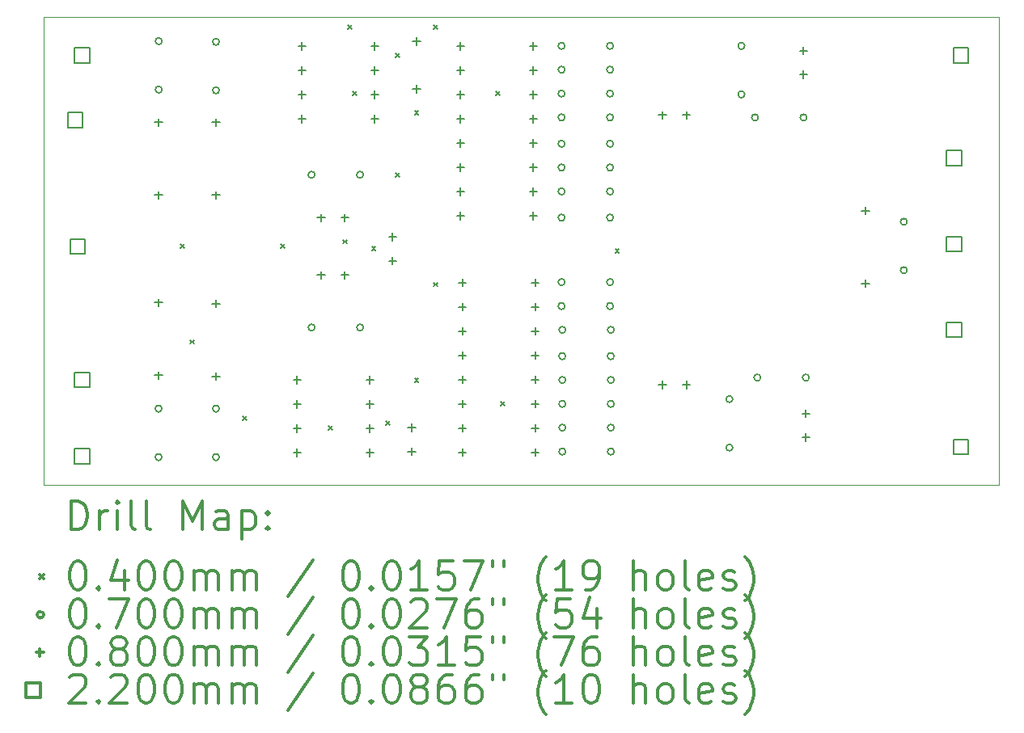
<source format=gbr>
%FSLAX45Y45*%
G04 Gerber Fmt 4.5, Leading zero omitted, Abs format (unit mm)*
G04 Created by KiCad (PCBNEW 5.1.10) date 2021-07-04 18:40:05*
%MOMM*%
%LPD*%
G01*
G04 APERTURE LIST*
%TA.AperFunction,Profile*%
%ADD10C,0.050000*%
%TD*%
%ADD11C,0.200000*%
%ADD12C,0.300000*%
G04 APERTURE END LIST*
D10*
X3500000Y-3100000D02*
X13500000Y-3100000D01*
X3500000Y-8000000D02*
X3500000Y-3100000D01*
X13500000Y-8000000D02*
X3500000Y-8000000D01*
X13500000Y-3100000D02*
X13500000Y-8000000D01*
D11*
X4930000Y-5480000D02*
X4970000Y-5520000D01*
X4970000Y-5480000D02*
X4930000Y-5520000D01*
X5030000Y-6480000D02*
X5070000Y-6520000D01*
X5070000Y-6480000D02*
X5030000Y-6520000D01*
X5580000Y-7280000D02*
X5620000Y-7320000D01*
X5620000Y-7280000D02*
X5580000Y-7320000D01*
X5980000Y-5480000D02*
X6020000Y-5520000D01*
X6020000Y-5480000D02*
X5980000Y-5520000D01*
X6480000Y-7380000D02*
X6520000Y-7420000D01*
X6520000Y-7380000D02*
X6480000Y-7420000D01*
X6630000Y-5430000D02*
X6670000Y-5470000D01*
X6670000Y-5430000D02*
X6630000Y-5470000D01*
X6680000Y-3180000D02*
X6720000Y-3220000D01*
X6720000Y-3180000D02*
X6680000Y-3220000D01*
X6730000Y-3880000D02*
X6770000Y-3920000D01*
X6770000Y-3880000D02*
X6730000Y-3920000D01*
X6930000Y-5505000D02*
X6970000Y-5545000D01*
X6970000Y-5505000D02*
X6930000Y-5545000D01*
X7080000Y-7330000D02*
X7120000Y-7370000D01*
X7120000Y-7330000D02*
X7080000Y-7370000D01*
X7180000Y-3480000D02*
X7220000Y-3520000D01*
X7220000Y-3480000D02*
X7180000Y-3520000D01*
X7180000Y-4730000D02*
X7220000Y-4770000D01*
X7220000Y-4730000D02*
X7180000Y-4770000D01*
X7380000Y-4080000D02*
X7420000Y-4120000D01*
X7420000Y-4080000D02*
X7380000Y-4120000D01*
X7380000Y-6880000D02*
X7420000Y-6920000D01*
X7420000Y-6880000D02*
X7380000Y-6920000D01*
X7580000Y-3180000D02*
X7620000Y-3220000D01*
X7620000Y-3180000D02*
X7580000Y-3220000D01*
X7580000Y-5880000D02*
X7620000Y-5920000D01*
X7620000Y-5880000D02*
X7580000Y-5920000D01*
X8230000Y-3880000D02*
X8270000Y-3920000D01*
X8270000Y-3880000D02*
X8230000Y-3920000D01*
X8280000Y-7130000D02*
X8320000Y-7170000D01*
X8320000Y-7130000D02*
X8280000Y-7170000D01*
X9480000Y-5530000D02*
X9520000Y-5570000D01*
X9520000Y-5530000D02*
X9480000Y-5570000D01*
X4735000Y-3350000D02*
G75*
G03*
X4735000Y-3350000I-35000J0D01*
G01*
X4735000Y-3858000D02*
G75*
G03*
X4735000Y-3858000I-35000J0D01*
G01*
X4735000Y-7200000D02*
G75*
G03*
X4735000Y-7200000I-35000J0D01*
G01*
X4735000Y-7708000D02*
G75*
G03*
X4735000Y-7708000I-35000J0D01*
G01*
X5335000Y-3358000D02*
G75*
G03*
X5335000Y-3358000I-35000J0D01*
G01*
X5335000Y-3866000D02*
G75*
G03*
X5335000Y-3866000I-35000J0D01*
G01*
X5335000Y-7200000D02*
G75*
G03*
X5335000Y-7200000I-35000J0D01*
G01*
X5335000Y-7708000D02*
G75*
G03*
X5335000Y-7708000I-35000J0D01*
G01*
X6335000Y-4750000D02*
G75*
G03*
X6335000Y-4750000I-35000J0D01*
G01*
X6335000Y-6350000D02*
G75*
G03*
X6335000Y-6350000I-35000J0D01*
G01*
X6843000Y-4750000D02*
G75*
G03*
X6843000Y-4750000I-35000J0D01*
G01*
X6843000Y-6350000D02*
G75*
G03*
X6843000Y-6350000I-35000J0D01*
G01*
X8952000Y-3400000D02*
G75*
G03*
X8952000Y-3400000I-35000J0D01*
G01*
X8952000Y-3650000D02*
G75*
G03*
X8952000Y-3650000I-35000J0D01*
G01*
X8952000Y-3900000D02*
G75*
G03*
X8952000Y-3900000I-35000J0D01*
G01*
X8952000Y-4150000D02*
G75*
G03*
X8952000Y-4150000I-35000J0D01*
G01*
X8952000Y-4425000D02*
G75*
G03*
X8952000Y-4425000I-35000J0D01*
G01*
X8952000Y-4675000D02*
G75*
G03*
X8952000Y-4675000I-35000J0D01*
G01*
X8952000Y-4925000D02*
G75*
G03*
X8952000Y-4925000I-35000J0D01*
G01*
X8952000Y-5200000D02*
G75*
G03*
X8952000Y-5200000I-35000J0D01*
G01*
X8952000Y-5875000D02*
G75*
G03*
X8952000Y-5875000I-35000J0D01*
G01*
X8952000Y-6125000D02*
G75*
G03*
X8952000Y-6125000I-35000J0D01*
G01*
X8960000Y-6375000D02*
G75*
G03*
X8960000Y-6375000I-35000J0D01*
G01*
X8960000Y-6650000D02*
G75*
G03*
X8960000Y-6650000I-35000J0D01*
G01*
X8960000Y-6900000D02*
G75*
G03*
X8960000Y-6900000I-35000J0D01*
G01*
X8960000Y-7150000D02*
G75*
G03*
X8960000Y-7150000I-35000J0D01*
G01*
X8960000Y-7400000D02*
G75*
G03*
X8960000Y-7400000I-35000J0D01*
G01*
X8960000Y-7650000D02*
G75*
G03*
X8960000Y-7650000I-35000J0D01*
G01*
X9460000Y-3400000D02*
G75*
G03*
X9460000Y-3400000I-35000J0D01*
G01*
X9460000Y-3650000D02*
G75*
G03*
X9460000Y-3650000I-35000J0D01*
G01*
X9460000Y-3900000D02*
G75*
G03*
X9460000Y-3900000I-35000J0D01*
G01*
X9460000Y-4150000D02*
G75*
G03*
X9460000Y-4150000I-35000J0D01*
G01*
X9460000Y-4425000D02*
G75*
G03*
X9460000Y-4425000I-35000J0D01*
G01*
X9460000Y-4675000D02*
G75*
G03*
X9460000Y-4675000I-35000J0D01*
G01*
X9460000Y-4925000D02*
G75*
G03*
X9460000Y-4925000I-35000J0D01*
G01*
X9460000Y-5200000D02*
G75*
G03*
X9460000Y-5200000I-35000J0D01*
G01*
X9460000Y-5875000D02*
G75*
G03*
X9460000Y-5875000I-35000J0D01*
G01*
X9460000Y-6125000D02*
G75*
G03*
X9460000Y-6125000I-35000J0D01*
G01*
X9468000Y-6375000D02*
G75*
G03*
X9468000Y-6375000I-35000J0D01*
G01*
X9468000Y-6650000D02*
G75*
G03*
X9468000Y-6650000I-35000J0D01*
G01*
X9468000Y-6900000D02*
G75*
G03*
X9468000Y-6900000I-35000J0D01*
G01*
X9468000Y-7150000D02*
G75*
G03*
X9468000Y-7150000I-35000J0D01*
G01*
X9468000Y-7400000D02*
G75*
G03*
X9468000Y-7400000I-35000J0D01*
G01*
X9468000Y-7650000D02*
G75*
G03*
X9468000Y-7650000I-35000J0D01*
G01*
X10710000Y-7100000D02*
G75*
G03*
X10710000Y-7100000I-35000J0D01*
G01*
X10710000Y-7608000D02*
G75*
G03*
X10710000Y-7608000I-35000J0D01*
G01*
X10835000Y-3400000D02*
G75*
G03*
X10835000Y-3400000I-35000J0D01*
G01*
X10835000Y-3908000D02*
G75*
G03*
X10835000Y-3908000I-35000J0D01*
G01*
X10977000Y-4150000D02*
G75*
G03*
X10977000Y-4150000I-35000J0D01*
G01*
X11002000Y-6875000D02*
G75*
G03*
X11002000Y-6875000I-35000J0D01*
G01*
X11485000Y-4150000D02*
G75*
G03*
X11485000Y-4150000I-35000J0D01*
G01*
X11510000Y-6875000D02*
G75*
G03*
X11510000Y-6875000I-35000J0D01*
G01*
X12535000Y-5242000D02*
G75*
G03*
X12535000Y-5242000I-35000J0D01*
G01*
X12535000Y-5750000D02*
G75*
G03*
X12535000Y-5750000I-35000J0D01*
G01*
X4700000Y-4160000D02*
X4700000Y-4240000D01*
X4660000Y-4200000D02*
X4740000Y-4200000D01*
X4700000Y-4922000D02*
X4700000Y-5002000D01*
X4660000Y-4962000D02*
X4740000Y-4962000D01*
X4700000Y-6048000D02*
X4700000Y-6128000D01*
X4660000Y-6088000D02*
X4740000Y-6088000D01*
X4700000Y-6810000D02*
X4700000Y-6890000D01*
X4660000Y-6850000D02*
X4740000Y-6850000D01*
X5300000Y-4160000D02*
X5300000Y-4240000D01*
X5260000Y-4200000D02*
X5340000Y-4200000D01*
X5300000Y-4922000D02*
X5300000Y-5002000D01*
X5260000Y-4962000D02*
X5340000Y-4962000D01*
X5300000Y-6060000D02*
X5300000Y-6140000D01*
X5260000Y-6100000D02*
X5340000Y-6100000D01*
X5300000Y-6822000D02*
X5300000Y-6902000D01*
X5260000Y-6862000D02*
X5340000Y-6862000D01*
X6150000Y-6860000D02*
X6150000Y-6940000D01*
X6110000Y-6900000D02*
X6190000Y-6900000D01*
X6150000Y-7114000D02*
X6150000Y-7194000D01*
X6110000Y-7154000D02*
X6190000Y-7154000D01*
X6150000Y-7368000D02*
X6150000Y-7448000D01*
X6110000Y-7408000D02*
X6190000Y-7408000D01*
X6150000Y-7622000D02*
X6150000Y-7702000D01*
X6110000Y-7662000D02*
X6190000Y-7662000D01*
X6200000Y-3360000D02*
X6200000Y-3440000D01*
X6160000Y-3400000D02*
X6240000Y-3400000D01*
X6200000Y-3614000D02*
X6200000Y-3694000D01*
X6160000Y-3654000D02*
X6240000Y-3654000D01*
X6200000Y-3868000D02*
X6200000Y-3948000D01*
X6160000Y-3908000D02*
X6240000Y-3908000D01*
X6200000Y-4122000D02*
X6200000Y-4202000D01*
X6160000Y-4162000D02*
X6240000Y-4162000D01*
X6400000Y-5160000D02*
X6400000Y-5240000D01*
X6360000Y-5200000D02*
X6440000Y-5200000D01*
X6400000Y-5760000D02*
X6400000Y-5840000D01*
X6360000Y-5800000D02*
X6440000Y-5800000D01*
X6650000Y-5160000D02*
X6650000Y-5240000D01*
X6610000Y-5200000D02*
X6690000Y-5200000D01*
X6650000Y-5760000D02*
X6650000Y-5840000D01*
X6610000Y-5800000D02*
X6690000Y-5800000D01*
X6912000Y-6860000D02*
X6912000Y-6940000D01*
X6872000Y-6900000D02*
X6952000Y-6900000D01*
X6912000Y-7114000D02*
X6912000Y-7194000D01*
X6872000Y-7154000D02*
X6952000Y-7154000D01*
X6912000Y-7368000D02*
X6912000Y-7448000D01*
X6872000Y-7408000D02*
X6952000Y-7408000D01*
X6912000Y-7622000D02*
X6912000Y-7702000D01*
X6872000Y-7662000D02*
X6952000Y-7662000D01*
X6962000Y-3360000D02*
X6962000Y-3440000D01*
X6922000Y-3400000D02*
X7002000Y-3400000D01*
X6962000Y-3614000D02*
X6962000Y-3694000D01*
X6922000Y-3654000D02*
X7002000Y-3654000D01*
X6962000Y-3868000D02*
X6962000Y-3948000D01*
X6922000Y-3908000D02*
X7002000Y-3908000D01*
X6962000Y-4122000D02*
X6962000Y-4202000D01*
X6922000Y-4162000D02*
X7002000Y-4162000D01*
X7150000Y-5360000D02*
X7150000Y-5440000D01*
X7110000Y-5400000D02*
X7190000Y-5400000D01*
X7150000Y-5610000D02*
X7150000Y-5690000D01*
X7110000Y-5650000D02*
X7190000Y-5650000D01*
X7350000Y-7360000D02*
X7350000Y-7440000D01*
X7310000Y-7400000D02*
X7390000Y-7400000D01*
X7350000Y-7610000D02*
X7350000Y-7690000D01*
X7310000Y-7650000D02*
X7390000Y-7650000D01*
X7400000Y-3310000D02*
X7400000Y-3390000D01*
X7360000Y-3350000D02*
X7440000Y-3350000D01*
X7400000Y-3810000D02*
X7400000Y-3890000D01*
X7360000Y-3850000D02*
X7440000Y-3850000D01*
X7860000Y-3360000D02*
X7860000Y-3440000D01*
X7820000Y-3400000D02*
X7900000Y-3400000D01*
X7860000Y-3614000D02*
X7860000Y-3694000D01*
X7820000Y-3654000D02*
X7900000Y-3654000D01*
X7860000Y-3868000D02*
X7860000Y-3948000D01*
X7820000Y-3908000D02*
X7900000Y-3908000D01*
X7860000Y-4122000D02*
X7860000Y-4202000D01*
X7820000Y-4162000D02*
X7900000Y-4162000D01*
X7860000Y-4376000D02*
X7860000Y-4456000D01*
X7820000Y-4416000D02*
X7900000Y-4416000D01*
X7860000Y-4630000D02*
X7860000Y-4710000D01*
X7820000Y-4670000D02*
X7900000Y-4670000D01*
X7860000Y-4884000D02*
X7860000Y-4964000D01*
X7820000Y-4924000D02*
X7900000Y-4924000D01*
X7860000Y-5138000D02*
X7860000Y-5218000D01*
X7820000Y-5178000D02*
X7900000Y-5178000D01*
X7880000Y-5840000D02*
X7880000Y-5920000D01*
X7840000Y-5880000D02*
X7920000Y-5880000D01*
X7880000Y-6094000D02*
X7880000Y-6174000D01*
X7840000Y-6134000D02*
X7920000Y-6134000D01*
X7880000Y-6348000D02*
X7880000Y-6428000D01*
X7840000Y-6388000D02*
X7920000Y-6388000D01*
X7880000Y-6602000D02*
X7880000Y-6682000D01*
X7840000Y-6642000D02*
X7920000Y-6642000D01*
X7880000Y-6856000D02*
X7880000Y-6936000D01*
X7840000Y-6896000D02*
X7920000Y-6896000D01*
X7880000Y-7110000D02*
X7880000Y-7190000D01*
X7840000Y-7150000D02*
X7920000Y-7150000D01*
X7880000Y-7364000D02*
X7880000Y-7444000D01*
X7840000Y-7404000D02*
X7920000Y-7404000D01*
X7880000Y-7618000D02*
X7880000Y-7698000D01*
X7840000Y-7658000D02*
X7920000Y-7658000D01*
X8622000Y-3360000D02*
X8622000Y-3440000D01*
X8582000Y-3400000D02*
X8662000Y-3400000D01*
X8622000Y-3614000D02*
X8622000Y-3694000D01*
X8582000Y-3654000D02*
X8662000Y-3654000D01*
X8622000Y-3868000D02*
X8622000Y-3948000D01*
X8582000Y-3908000D02*
X8662000Y-3908000D01*
X8622000Y-4122000D02*
X8622000Y-4202000D01*
X8582000Y-4162000D02*
X8662000Y-4162000D01*
X8622000Y-4376000D02*
X8622000Y-4456000D01*
X8582000Y-4416000D02*
X8662000Y-4416000D01*
X8622000Y-4630000D02*
X8622000Y-4710000D01*
X8582000Y-4670000D02*
X8662000Y-4670000D01*
X8622000Y-4884000D02*
X8622000Y-4964000D01*
X8582000Y-4924000D02*
X8662000Y-4924000D01*
X8622000Y-5138000D02*
X8622000Y-5218000D01*
X8582000Y-5178000D02*
X8662000Y-5178000D01*
X8642000Y-5840000D02*
X8642000Y-5920000D01*
X8602000Y-5880000D02*
X8682000Y-5880000D01*
X8642000Y-6094000D02*
X8642000Y-6174000D01*
X8602000Y-6134000D02*
X8682000Y-6134000D01*
X8642000Y-6348000D02*
X8642000Y-6428000D01*
X8602000Y-6388000D02*
X8682000Y-6388000D01*
X8642000Y-6602000D02*
X8642000Y-6682000D01*
X8602000Y-6642000D02*
X8682000Y-6642000D01*
X8642000Y-6856000D02*
X8642000Y-6936000D01*
X8602000Y-6896000D02*
X8682000Y-6896000D01*
X8642000Y-7110000D02*
X8642000Y-7190000D01*
X8602000Y-7150000D02*
X8682000Y-7150000D01*
X8642000Y-7364000D02*
X8642000Y-7444000D01*
X8602000Y-7404000D02*
X8682000Y-7404000D01*
X8642000Y-7618000D02*
X8642000Y-7698000D01*
X8602000Y-7658000D02*
X8682000Y-7658000D01*
X9975000Y-4085000D02*
X9975000Y-4165000D01*
X9935000Y-4125000D02*
X10015000Y-4125000D01*
X9975000Y-6910000D02*
X9975000Y-6990000D01*
X9935000Y-6950000D02*
X10015000Y-6950000D01*
X10225000Y-4085000D02*
X10225000Y-4165000D01*
X10185000Y-4125000D02*
X10265000Y-4125000D01*
X10225000Y-6910000D02*
X10225000Y-6990000D01*
X10185000Y-6950000D02*
X10265000Y-6950000D01*
X11450000Y-3410000D02*
X11450000Y-3490000D01*
X11410000Y-3450000D02*
X11490000Y-3450000D01*
X11450000Y-3660000D02*
X11450000Y-3740000D01*
X11410000Y-3700000D02*
X11490000Y-3700000D01*
X11475000Y-7210000D02*
X11475000Y-7290000D01*
X11435000Y-7250000D02*
X11515000Y-7250000D01*
X11475000Y-7460000D02*
X11475000Y-7540000D01*
X11435000Y-7500000D02*
X11515000Y-7500000D01*
X12100000Y-5085000D02*
X12100000Y-5165000D01*
X12060000Y-5125000D02*
X12140000Y-5125000D01*
X12100000Y-5847000D02*
X12100000Y-5927000D01*
X12060000Y-5887000D02*
X12140000Y-5887000D01*
X3902782Y-4252783D02*
X3902782Y-4097217D01*
X3747217Y-4097217D01*
X3747217Y-4252783D01*
X3902782Y-4252783D01*
X3927782Y-5577783D02*
X3927782Y-5422218D01*
X3772217Y-5422218D01*
X3772217Y-5577783D01*
X3927782Y-5577783D01*
X3977782Y-3577782D02*
X3977782Y-3422217D01*
X3822217Y-3422217D01*
X3822217Y-3577782D01*
X3977782Y-3577782D01*
X3977782Y-6977782D02*
X3977782Y-6822217D01*
X3822217Y-6822217D01*
X3822217Y-6977782D01*
X3977782Y-6977782D01*
X3977782Y-7777782D02*
X3977782Y-7622217D01*
X3822217Y-7622217D01*
X3822217Y-7777782D01*
X3977782Y-7777782D01*
X13102782Y-4652783D02*
X13102782Y-4497218D01*
X12947217Y-4497218D01*
X12947217Y-4652783D01*
X13102782Y-4652783D01*
X13102782Y-5552783D02*
X13102782Y-5397218D01*
X12947217Y-5397218D01*
X12947217Y-5552783D01*
X13102782Y-5552783D01*
X13102782Y-6452782D02*
X13102782Y-6297217D01*
X12947217Y-6297217D01*
X12947217Y-6452782D01*
X13102782Y-6452782D01*
X13177782Y-3577782D02*
X13177782Y-3422217D01*
X13022217Y-3422217D01*
X13022217Y-3577782D01*
X13177782Y-3577782D01*
X13177782Y-7677782D02*
X13177782Y-7522217D01*
X13022217Y-7522217D01*
X13022217Y-7677782D01*
X13177782Y-7677782D01*
D12*
X3783928Y-8468214D02*
X3783928Y-8168214D01*
X3855357Y-8168214D01*
X3898214Y-8182500D01*
X3926786Y-8211071D01*
X3941071Y-8239643D01*
X3955357Y-8296786D01*
X3955357Y-8339643D01*
X3941071Y-8396786D01*
X3926786Y-8425357D01*
X3898214Y-8453929D01*
X3855357Y-8468214D01*
X3783928Y-8468214D01*
X4083928Y-8468214D02*
X4083928Y-8268214D01*
X4083928Y-8325357D02*
X4098214Y-8296786D01*
X4112500Y-8282500D01*
X4141071Y-8268214D01*
X4169643Y-8268214D01*
X4269643Y-8468214D02*
X4269643Y-8268214D01*
X4269643Y-8168214D02*
X4255357Y-8182500D01*
X4269643Y-8196786D01*
X4283928Y-8182500D01*
X4269643Y-8168214D01*
X4269643Y-8196786D01*
X4455357Y-8468214D02*
X4426786Y-8453929D01*
X4412500Y-8425357D01*
X4412500Y-8168214D01*
X4612500Y-8468214D02*
X4583928Y-8453929D01*
X4569643Y-8425357D01*
X4569643Y-8168214D01*
X4955357Y-8468214D02*
X4955357Y-8168214D01*
X5055357Y-8382500D01*
X5155357Y-8168214D01*
X5155357Y-8468214D01*
X5426786Y-8468214D02*
X5426786Y-8311071D01*
X5412500Y-8282500D01*
X5383928Y-8268214D01*
X5326786Y-8268214D01*
X5298214Y-8282500D01*
X5426786Y-8453929D02*
X5398214Y-8468214D01*
X5326786Y-8468214D01*
X5298214Y-8453929D01*
X5283928Y-8425357D01*
X5283928Y-8396786D01*
X5298214Y-8368214D01*
X5326786Y-8353929D01*
X5398214Y-8353929D01*
X5426786Y-8339643D01*
X5569643Y-8268214D02*
X5569643Y-8568214D01*
X5569643Y-8282500D02*
X5598214Y-8268214D01*
X5655357Y-8268214D01*
X5683928Y-8282500D01*
X5698214Y-8296786D01*
X5712500Y-8325357D01*
X5712500Y-8411072D01*
X5698214Y-8439643D01*
X5683928Y-8453929D01*
X5655357Y-8468214D01*
X5598214Y-8468214D01*
X5569643Y-8453929D01*
X5841071Y-8439643D02*
X5855357Y-8453929D01*
X5841071Y-8468214D01*
X5826786Y-8453929D01*
X5841071Y-8439643D01*
X5841071Y-8468214D01*
X5841071Y-8282500D02*
X5855357Y-8296786D01*
X5841071Y-8311071D01*
X5826786Y-8296786D01*
X5841071Y-8282500D01*
X5841071Y-8311071D01*
X3457500Y-8942500D02*
X3497500Y-8982500D01*
X3497500Y-8942500D02*
X3457500Y-8982500D01*
X3841071Y-8798214D02*
X3869643Y-8798214D01*
X3898214Y-8812500D01*
X3912500Y-8826786D01*
X3926786Y-8855357D01*
X3941071Y-8912500D01*
X3941071Y-8983929D01*
X3926786Y-9041072D01*
X3912500Y-9069643D01*
X3898214Y-9083929D01*
X3869643Y-9098214D01*
X3841071Y-9098214D01*
X3812500Y-9083929D01*
X3798214Y-9069643D01*
X3783928Y-9041072D01*
X3769643Y-8983929D01*
X3769643Y-8912500D01*
X3783928Y-8855357D01*
X3798214Y-8826786D01*
X3812500Y-8812500D01*
X3841071Y-8798214D01*
X4069643Y-9069643D02*
X4083928Y-9083929D01*
X4069643Y-9098214D01*
X4055357Y-9083929D01*
X4069643Y-9069643D01*
X4069643Y-9098214D01*
X4341071Y-8898214D02*
X4341071Y-9098214D01*
X4269643Y-8783929D02*
X4198214Y-8998214D01*
X4383928Y-8998214D01*
X4555357Y-8798214D02*
X4583928Y-8798214D01*
X4612500Y-8812500D01*
X4626786Y-8826786D01*
X4641071Y-8855357D01*
X4655357Y-8912500D01*
X4655357Y-8983929D01*
X4641071Y-9041072D01*
X4626786Y-9069643D01*
X4612500Y-9083929D01*
X4583928Y-9098214D01*
X4555357Y-9098214D01*
X4526786Y-9083929D01*
X4512500Y-9069643D01*
X4498214Y-9041072D01*
X4483928Y-8983929D01*
X4483928Y-8912500D01*
X4498214Y-8855357D01*
X4512500Y-8826786D01*
X4526786Y-8812500D01*
X4555357Y-8798214D01*
X4841071Y-8798214D02*
X4869643Y-8798214D01*
X4898214Y-8812500D01*
X4912500Y-8826786D01*
X4926786Y-8855357D01*
X4941071Y-8912500D01*
X4941071Y-8983929D01*
X4926786Y-9041072D01*
X4912500Y-9069643D01*
X4898214Y-9083929D01*
X4869643Y-9098214D01*
X4841071Y-9098214D01*
X4812500Y-9083929D01*
X4798214Y-9069643D01*
X4783928Y-9041072D01*
X4769643Y-8983929D01*
X4769643Y-8912500D01*
X4783928Y-8855357D01*
X4798214Y-8826786D01*
X4812500Y-8812500D01*
X4841071Y-8798214D01*
X5069643Y-9098214D02*
X5069643Y-8898214D01*
X5069643Y-8926786D02*
X5083928Y-8912500D01*
X5112500Y-8898214D01*
X5155357Y-8898214D01*
X5183928Y-8912500D01*
X5198214Y-8941072D01*
X5198214Y-9098214D01*
X5198214Y-8941072D02*
X5212500Y-8912500D01*
X5241071Y-8898214D01*
X5283928Y-8898214D01*
X5312500Y-8912500D01*
X5326786Y-8941072D01*
X5326786Y-9098214D01*
X5469643Y-9098214D02*
X5469643Y-8898214D01*
X5469643Y-8926786D02*
X5483928Y-8912500D01*
X5512500Y-8898214D01*
X5555357Y-8898214D01*
X5583928Y-8912500D01*
X5598214Y-8941072D01*
X5598214Y-9098214D01*
X5598214Y-8941072D02*
X5612500Y-8912500D01*
X5641071Y-8898214D01*
X5683928Y-8898214D01*
X5712500Y-8912500D01*
X5726786Y-8941072D01*
X5726786Y-9098214D01*
X6312500Y-8783929D02*
X6055357Y-9169643D01*
X6698214Y-8798214D02*
X6726786Y-8798214D01*
X6755357Y-8812500D01*
X6769643Y-8826786D01*
X6783928Y-8855357D01*
X6798214Y-8912500D01*
X6798214Y-8983929D01*
X6783928Y-9041072D01*
X6769643Y-9069643D01*
X6755357Y-9083929D01*
X6726786Y-9098214D01*
X6698214Y-9098214D01*
X6669643Y-9083929D01*
X6655357Y-9069643D01*
X6641071Y-9041072D01*
X6626786Y-8983929D01*
X6626786Y-8912500D01*
X6641071Y-8855357D01*
X6655357Y-8826786D01*
X6669643Y-8812500D01*
X6698214Y-8798214D01*
X6926786Y-9069643D02*
X6941071Y-9083929D01*
X6926786Y-9098214D01*
X6912500Y-9083929D01*
X6926786Y-9069643D01*
X6926786Y-9098214D01*
X7126786Y-8798214D02*
X7155357Y-8798214D01*
X7183928Y-8812500D01*
X7198214Y-8826786D01*
X7212500Y-8855357D01*
X7226786Y-8912500D01*
X7226786Y-8983929D01*
X7212500Y-9041072D01*
X7198214Y-9069643D01*
X7183928Y-9083929D01*
X7155357Y-9098214D01*
X7126786Y-9098214D01*
X7098214Y-9083929D01*
X7083928Y-9069643D01*
X7069643Y-9041072D01*
X7055357Y-8983929D01*
X7055357Y-8912500D01*
X7069643Y-8855357D01*
X7083928Y-8826786D01*
X7098214Y-8812500D01*
X7126786Y-8798214D01*
X7512500Y-9098214D02*
X7341071Y-9098214D01*
X7426786Y-9098214D02*
X7426786Y-8798214D01*
X7398214Y-8841072D01*
X7369643Y-8869643D01*
X7341071Y-8883929D01*
X7783928Y-8798214D02*
X7641071Y-8798214D01*
X7626786Y-8941072D01*
X7641071Y-8926786D01*
X7669643Y-8912500D01*
X7741071Y-8912500D01*
X7769643Y-8926786D01*
X7783928Y-8941072D01*
X7798214Y-8969643D01*
X7798214Y-9041072D01*
X7783928Y-9069643D01*
X7769643Y-9083929D01*
X7741071Y-9098214D01*
X7669643Y-9098214D01*
X7641071Y-9083929D01*
X7626786Y-9069643D01*
X7898214Y-8798214D02*
X8098214Y-8798214D01*
X7969643Y-9098214D01*
X8198214Y-8798214D02*
X8198214Y-8855357D01*
X8312500Y-8798214D02*
X8312500Y-8855357D01*
X8755357Y-9212500D02*
X8741071Y-9198214D01*
X8712500Y-9155357D01*
X8698214Y-9126786D01*
X8683928Y-9083929D01*
X8669643Y-9012500D01*
X8669643Y-8955357D01*
X8683928Y-8883929D01*
X8698214Y-8841072D01*
X8712500Y-8812500D01*
X8741071Y-8769643D01*
X8755357Y-8755357D01*
X9026786Y-9098214D02*
X8855357Y-9098214D01*
X8941071Y-9098214D02*
X8941071Y-8798214D01*
X8912500Y-8841072D01*
X8883928Y-8869643D01*
X8855357Y-8883929D01*
X9169643Y-9098214D02*
X9226786Y-9098214D01*
X9255357Y-9083929D01*
X9269643Y-9069643D01*
X9298214Y-9026786D01*
X9312500Y-8969643D01*
X9312500Y-8855357D01*
X9298214Y-8826786D01*
X9283928Y-8812500D01*
X9255357Y-8798214D01*
X9198214Y-8798214D01*
X9169643Y-8812500D01*
X9155357Y-8826786D01*
X9141071Y-8855357D01*
X9141071Y-8926786D01*
X9155357Y-8955357D01*
X9169643Y-8969643D01*
X9198214Y-8983929D01*
X9255357Y-8983929D01*
X9283928Y-8969643D01*
X9298214Y-8955357D01*
X9312500Y-8926786D01*
X9669643Y-9098214D02*
X9669643Y-8798214D01*
X9798214Y-9098214D02*
X9798214Y-8941072D01*
X9783928Y-8912500D01*
X9755357Y-8898214D01*
X9712500Y-8898214D01*
X9683928Y-8912500D01*
X9669643Y-8926786D01*
X9983928Y-9098214D02*
X9955357Y-9083929D01*
X9941071Y-9069643D01*
X9926786Y-9041072D01*
X9926786Y-8955357D01*
X9941071Y-8926786D01*
X9955357Y-8912500D01*
X9983928Y-8898214D01*
X10026786Y-8898214D01*
X10055357Y-8912500D01*
X10069643Y-8926786D01*
X10083928Y-8955357D01*
X10083928Y-9041072D01*
X10069643Y-9069643D01*
X10055357Y-9083929D01*
X10026786Y-9098214D01*
X9983928Y-9098214D01*
X10255357Y-9098214D02*
X10226786Y-9083929D01*
X10212500Y-9055357D01*
X10212500Y-8798214D01*
X10483928Y-9083929D02*
X10455357Y-9098214D01*
X10398214Y-9098214D01*
X10369643Y-9083929D01*
X10355357Y-9055357D01*
X10355357Y-8941072D01*
X10369643Y-8912500D01*
X10398214Y-8898214D01*
X10455357Y-8898214D01*
X10483928Y-8912500D01*
X10498214Y-8941072D01*
X10498214Y-8969643D01*
X10355357Y-8998214D01*
X10612500Y-9083929D02*
X10641071Y-9098214D01*
X10698214Y-9098214D01*
X10726786Y-9083929D01*
X10741071Y-9055357D01*
X10741071Y-9041072D01*
X10726786Y-9012500D01*
X10698214Y-8998214D01*
X10655357Y-8998214D01*
X10626786Y-8983929D01*
X10612500Y-8955357D01*
X10612500Y-8941072D01*
X10626786Y-8912500D01*
X10655357Y-8898214D01*
X10698214Y-8898214D01*
X10726786Y-8912500D01*
X10841071Y-9212500D02*
X10855357Y-9198214D01*
X10883928Y-9155357D01*
X10898214Y-9126786D01*
X10912500Y-9083929D01*
X10926786Y-9012500D01*
X10926786Y-8955357D01*
X10912500Y-8883929D01*
X10898214Y-8841072D01*
X10883928Y-8812500D01*
X10855357Y-8769643D01*
X10841071Y-8755357D01*
X3497500Y-9358500D02*
G75*
G03*
X3497500Y-9358500I-35000J0D01*
G01*
X3841071Y-9194214D02*
X3869643Y-9194214D01*
X3898214Y-9208500D01*
X3912500Y-9222786D01*
X3926786Y-9251357D01*
X3941071Y-9308500D01*
X3941071Y-9379929D01*
X3926786Y-9437072D01*
X3912500Y-9465643D01*
X3898214Y-9479929D01*
X3869643Y-9494214D01*
X3841071Y-9494214D01*
X3812500Y-9479929D01*
X3798214Y-9465643D01*
X3783928Y-9437072D01*
X3769643Y-9379929D01*
X3769643Y-9308500D01*
X3783928Y-9251357D01*
X3798214Y-9222786D01*
X3812500Y-9208500D01*
X3841071Y-9194214D01*
X4069643Y-9465643D02*
X4083928Y-9479929D01*
X4069643Y-9494214D01*
X4055357Y-9479929D01*
X4069643Y-9465643D01*
X4069643Y-9494214D01*
X4183928Y-9194214D02*
X4383928Y-9194214D01*
X4255357Y-9494214D01*
X4555357Y-9194214D02*
X4583928Y-9194214D01*
X4612500Y-9208500D01*
X4626786Y-9222786D01*
X4641071Y-9251357D01*
X4655357Y-9308500D01*
X4655357Y-9379929D01*
X4641071Y-9437072D01*
X4626786Y-9465643D01*
X4612500Y-9479929D01*
X4583928Y-9494214D01*
X4555357Y-9494214D01*
X4526786Y-9479929D01*
X4512500Y-9465643D01*
X4498214Y-9437072D01*
X4483928Y-9379929D01*
X4483928Y-9308500D01*
X4498214Y-9251357D01*
X4512500Y-9222786D01*
X4526786Y-9208500D01*
X4555357Y-9194214D01*
X4841071Y-9194214D02*
X4869643Y-9194214D01*
X4898214Y-9208500D01*
X4912500Y-9222786D01*
X4926786Y-9251357D01*
X4941071Y-9308500D01*
X4941071Y-9379929D01*
X4926786Y-9437072D01*
X4912500Y-9465643D01*
X4898214Y-9479929D01*
X4869643Y-9494214D01*
X4841071Y-9494214D01*
X4812500Y-9479929D01*
X4798214Y-9465643D01*
X4783928Y-9437072D01*
X4769643Y-9379929D01*
X4769643Y-9308500D01*
X4783928Y-9251357D01*
X4798214Y-9222786D01*
X4812500Y-9208500D01*
X4841071Y-9194214D01*
X5069643Y-9494214D02*
X5069643Y-9294214D01*
X5069643Y-9322786D02*
X5083928Y-9308500D01*
X5112500Y-9294214D01*
X5155357Y-9294214D01*
X5183928Y-9308500D01*
X5198214Y-9337072D01*
X5198214Y-9494214D01*
X5198214Y-9337072D02*
X5212500Y-9308500D01*
X5241071Y-9294214D01*
X5283928Y-9294214D01*
X5312500Y-9308500D01*
X5326786Y-9337072D01*
X5326786Y-9494214D01*
X5469643Y-9494214D02*
X5469643Y-9294214D01*
X5469643Y-9322786D02*
X5483928Y-9308500D01*
X5512500Y-9294214D01*
X5555357Y-9294214D01*
X5583928Y-9308500D01*
X5598214Y-9337072D01*
X5598214Y-9494214D01*
X5598214Y-9337072D02*
X5612500Y-9308500D01*
X5641071Y-9294214D01*
X5683928Y-9294214D01*
X5712500Y-9308500D01*
X5726786Y-9337072D01*
X5726786Y-9494214D01*
X6312500Y-9179929D02*
X6055357Y-9565643D01*
X6698214Y-9194214D02*
X6726786Y-9194214D01*
X6755357Y-9208500D01*
X6769643Y-9222786D01*
X6783928Y-9251357D01*
X6798214Y-9308500D01*
X6798214Y-9379929D01*
X6783928Y-9437072D01*
X6769643Y-9465643D01*
X6755357Y-9479929D01*
X6726786Y-9494214D01*
X6698214Y-9494214D01*
X6669643Y-9479929D01*
X6655357Y-9465643D01*
X6641071Y-9437072D01*
X6626786Y-9379929D01*
X6626786Y-9308500D01*
X6641071Y-9251357D01*
X6655357Y-9222786D01*
X6669643Y-9208500D01*
X6698214Y-9194214D01*
X6926786Y-9465643D02*
X6941071Y-9479929D01*
X6926786Y-9494214D01*
X6912500Y-9479929D01*
X6926786Y-9465643D01*
X6926786Y-9494214D01*
X7126786Y-9194214D02*
X7155357Y-9194214D01*
X7183928Y-9208500D01*
X7198214Y-9222786D01*
X7212500Y-9251357D01*
X7226786Y-9308500D01*
X7226786Y-9379929D01*
X7212500Y-9437072D01*
X7198214Y-9465643D01*
X7183928Y-9479929D01*
X7155357Y-9494214D01*
X7126786Y-9494214D01*
X7098214Y-9479929D01*
X7083928Y-9465643D01*
X7069643Y-9437072D01*
X7055357Y-9379929D01*
X7055357Y-9308500D01*
X7069643Y-9251357D01*
X7083928Y-9222786D01*
X7098214Y-9208500D01*
X7126786Y-9194214D01*
X7341071Y-9222786D02*
X7355357Y-9208500D01*
X7383928Y-9194214D01*
X7455357Y-9194214D01*
X7483928Y-9208500D01*
X7498214Y-9222786D01*
X7512500Y-9251357D01*
X7512500Y-9279929D01*
X7498214Y-9322786D01*
X7326786Y-9494214D01*
X7512500Y-9494214D01*
X7612500Y-9194214D02*
X7812500Y-9194214D01*
X7683928Y-9494214D01*
X8055357Y-9194214D02*
X7998214Y-9194214D01*
X7969643Y-9208500D01*
X7955357Y-9222786D01*
X7926786Y-9265643D01*
X7912500Y-9322786D01*
X7912500Y-9437072D01*
X7926786Y-9465643D01*
X7941071Y-9479929D01*
X7969643Y-9494214D01*
X8026786Y-9494214D01*
X8055357Y-9479929D01*
X8069643Y-9465643D01*
X8083928Y-9437072D01*
X8083928Y-9365643D01*
X8069643Y-9337072D01*
X8055357Y-9322786D01*
X8026786Y-9308500D01*
X7969643Y-9308500D01*
X7941071Y-9322786D01*
X7926786Y-9337072D01*
X7912500Y-9365643D01*
X8198214Y-9194214D02*
X8198214Y-9251357D01*
X8312500Y-9194214D02*
X8312500Y-9251357D01*
X8755357Y-9608500D02*
X8741071Y-9594214D01*
X8712500Y-9551357D01*
X8698214Y-9522786D01*
X8683928Y-9479929D01*
X8669643Y-9408500D01*
X8669643Y-9351357D01*
X8683928Y-9279929D01*
X8698214Y-9237072D01*
X8712500Y-9208500D01*
X8741071Y-9165643D01*
X8755357Y-9151357D01*
X9012500Y-9194214D02*
X8869643Y-9194214D01*
X8855357Y-9337072D01*
X8869643Y-9322786D01*
X8898214Y-9308500D01*
X8969643Y-9308500D01*
X8998214Y-9322786D01*
X9012500Y-9337072D01*
X9026786Y-9365643D01*
X9026786Y-9437072D01*
X9012500Y-9465643D01*
X8998214Y-9479929D01*
X8969643Y-9494214D01*
X8898214Y-9494214D01*
X8869643Y-9479929D01*
X8855357Y-9465643D01*
X9283928Y-9294214D02*
X9283928Y-9494214D01*
X9212500Y-9179929D02*
X9141071Y-9394214D01*
X9326786Y-9394214D01*
X9669643Y-9494214D02*
X9669643Y-9194214D01*
X9798214Y-9494214D02*
X9798214Y-9337072D01*
X9783928Y-9308500D01*
X9755357Y-9294214D01*
X9712500Y-9294214D01*
X9683928Y-9308500D01*
X9669643Y-9322786D01*
X9983928Y-9494214D02*
X9955357Y-9479929D01*
X9941071Y-9465643D01*
X9926786Y-9437072D01*
X9926786Y-9351357D01*
X9941071Y-9322786D01*
X9955357Y-9308500D01*
X9983928Y-9294214D01*
X10026786Y-9294214D01*
X10055357Y-9308500D01*
X10069643Y-9322786D01*
X10083928Y-9351357D01*
X10083928Y-9437072D01*
X10069643Y-9465643D01*
X10055357Y-9479929D01*
X10026786Y-9494214D01*
X9983928Y-9494214D01*
X10255357Y-9494214D02*
X10226786Y-9479929D01*
X10212500Y-9451357D01*
X10212500Y-9194214D01*
X10483928Y-9479929D02*
X10455357Y-9494214D01*
X10398214Y-9494214D01*
X10369643Y-9479929D01*
X10355357Y-9451357D01*
X10355357Y-9337072D01*
X10369643Y-9308500D01*
X10398214Y-9294214D01*
X10455357Y-9294214D01*
X10483928Y-9308500D01*
X10498214Y-9337072D01*
X10498214Y-9365643D01*
X10355357Y-9394214D01*
X10612500Y-9479929D02*
X10641071Y-9494214D01*
X10698214Y-9494214D01*
X10726786Y-9479929D01*
X10741071Y-9451357D01*
X10741071Y-9437072D01*
X10726786Y-9408500D01*
X10698214Y-9394214D01*
X10655357Y-9394214D01*
X10626786Y-9379929D01*
X10612500Y-9351357D01*
X10612500Y-9337072D01*
X10626786Y-9308500D01*
X10655357Y-9294214D01*
X10698214Y-9294214D01*
X10726786Y-9308500D01*
X10841071Y-9608500D02*
X10855357Y-9594214D01*
X10883928Y-9551357D01*
X10898214Y-9522786D01*
X10912500Y-9479929D01*
X10926786Y-9408500D01*
X10926786Y-9351357D01*
X10912500Y-9279929D01*
X10898214Y-9237072D01*
X10883928Y-9208500D01*
X10855357Y-9165643D01*
X10841071Y-9151357D01*
X3457500Y-9714500D02*
X3457500Y-9794500D01*
X3417500Y-9754500D02*
X3497500Y-9754500D01*
X3841071Y-9590214D02*
X3869643Y-9590214D01*
X3898214Y-9604500D01*
X3912500Y-9618786D01*
X3926786Y-9647357D01*
X3941071Y-9704500D01*
X3941071Y-9775929D01*
X3926786Y-9833072D01*
X3912500Y-9861643D01*
X3898214Y-9875929D01*
X3869643Y-9890214D01*
X3841071Y-9890214D01*
X3812500Y-9875929D01*
X3798214Y-9861643D01*
X3783928Y-9833072D01*
X3769643Y-9775929D01*
X3769643Y-9704500D01*
X3783928Y-9647357D01*
X3798214Y-9618786D01*
X3812500Y-9604500D01*
X3841071Y-9590214D01*
X4069643Y-9861643D02*
X4083928Y-9875929D01*
X4069643Y-9890214D01*
X4055357Y-9875929D01*
X4069643Y-9861643D01*
X4069643Y-9890214D01*
X4255357Y-9718786D02*
X4226786Y-9704500D01*
X4212500Y-9690214D01*
X4198214Y-9661643D01*
X4198214Y-9647357D01*
X4212500Y-9618786D01*
X4226786Y-9604500D01*
X4255357Y-9590214D01*
X4312500Y-9590214D01*
X4341071Y-9604500D01*
X4355357Y-9618786D01*
X4369643Y-9647357D01*
X4369643Y-9661643D01*
X4355357Y-9690214D01*
X4341071Y-9704500D01*
X4312500Y-9718786D01*
X4255357Y-9718786D01*
X4226786Y-9733072D01*
X4212500Y-9747357D01*
X4198214Y-9775929D01*
X4198214Y-9833072D01*
X4212500Y-9861643D01*
X4226786Y-9875929D01*
X4255357Y-9890214D01*
X4312500Y-9890214D01*
X4341071Y-9875929D01*
X4355357Y-9861643D01*
X4369643Y-9833072D01*
X4369643Y-9775929D01*
X4355357Y-9747357D01*
X4341071Y-9733072D01*
X4312500Y-9718786D01*
X4555357Y-9590214D02*
X4583928Y-9590214D01*
X4612500Y-9604500D01*
X4626786Y-9618786D01*
X4641071Y-9647357D01*
X4655357Y-9704500D01*
X4655357Y-9775929D01*
X4641071Y-9833072D01*
X4626786Y-9861643D01*
X4612500Y-9875929D01*
X4583928Y-9890214D01*
X4555357Y-9890214D01*
X4526786Y-9875929D01*
X4512500Y-9861643D01*
X4498214Y-9833072D01*
X4483928Y-9775929D01*
X4483928Y-9704500D01*
X4498214Y-9647357D01*
X4512500Y-9618786D01*
X4526786Y-9604500D01*
X4555357Y-9590214D01*
X4841071Y-9590214D02*
X4869643Y-9590214D01*
X4898214Y-9604500D01*
X4912500Y-9618786D01*
X4926786Y-9647357D01*
X4941071Y-9704500D01*
X4941071Y-9775929D01*
X4926786Y-9833072D01*
X4912500Y-9861643D01*
X4898214Y-9875929D01*
X4869643Y-9890214D01*
X4841071Y-9890214D01*
X4812500Y-9875929D01*
X4798214Y-9861643D01*
X4783928Y-9833072D01*
X4769643Y-9775929D01*
X4769643Y-9704500D01*
X4783928Y-9647357D01*
X4798214Y-9618786D01*
X4812500Y-9604500D01*
X4841071Y-9590214D01*
X5069643Y-9890214D02*
X5069643Y-9690214D01*
X5069643Y-9718786D02*
X5083928Y-9704500D01*
X5112500Y-9690214D01*
X5155357Y-9690214D01*
X5183928Y-9704500D01*
X5198214Y-9733072D01*
X5198214Y-9890214D01*
X5198214Y-9733072D02*
X5212500Y-9704500D01*
X5241071Y-9690214D01*
X5283928Y-9690214D01*
X5312500Y-9704500D01*
X5326786Y-9733072D01*
X5326786Y-9890214D01*
X5469643Y-9890214D02*
X5469643Y-9690214D01*
X5469643Y-9718786D02*
X5483928Y-9704500D01*
X5512500Y-9690214D01*
X5555357Y-9690214D01*
X5583928Y-9704500D01*
X5598214Y-9733072D01*
X5598214Y-9890214D01*
X5598214Y-9733072D02*
X5612500Y-9704500D01*
X5641071Y-9690214D01*
X5683928Y-9690214D01*
X5712500Y-9704500D01*
X5726786Y-9733072D01*
X5726786Y-9890214D01*
X6312500Y-9575929D02*
X6055357Y-9961643D01*
X6698214Y-9590214D02*
X6726786Y-9590214D01*
X6755357Y-9604500D01*
X6769643Y-9618786D01*
X6783928Y-9647357D01*
X6798214Y-9704500D01*
X6798214Y-9775929D01*
X6783928Y-9833072D01*
X6769643Y-9861643D01*
X6755357Y-9875929D01*
X6726786Y-9890214D01*
X6698214Y-9890214D01*
X6669643Y-9875929D01*
X6655357Y-9861643D01*
X6641071Y-9833072D01*
X6626786Y-9775929D01*
X6626786Y-9704500D01*
X6641071Y-9647357D01*
X6655357Y-9618786D01*
X6669643Y-9604500D01*
X6698214Y-9590214D01*
X6926786Y-9861643D02*
X6941071Y-9875929D01*
X6926786Y-9890214D01*
X6912500Y-9875929D01*
X6926786Y-9861643D01*
X6926786Y-9890214D01*
X7126786Y-9590214D02*
X7155357Y-9590214D01*
X7183928Y-9604500D01*
X7198214Y-9618786D01*
X7212500Y-9647357D01*
X7226786Y-9704500D01*
X7226786Y-9775929D01*
X7212500Y-9833072D01*
X7198214Y-9861643D01*
X7183928Y-9875929D01*
X7155357Y-9890214D01*
X7126786Y-9890214D01*
X7098214Y-9875929D01*
X7083928Y-9861643D01*
X7069643Y-9833072D01*
X7055357Y-9775929D01*
X7055357Y-9704500D01*
X7069643Y-9647357D01*
X7083928Y-9618786D01*
X7098214Y-9604500D01*
X7126786Y-9590214D01*
X7326786Y-9590214D02*
X7512500Y-9590214D01*
X7412500Y-9704500D01*
X7455357Y-9704500D01*
X7483928Y-9718786D01*
X7498214Y-9733072D01*
X7512500Y-9761643D01*
X7512500Y-9833072D01*
X7498214Y-9861643D01*
X7483928Y-9875929D01*
X7455357Y-9890214D01*
X7369643Y-9890214D01*
X7341071Y-9875929D01*
X7326786Y-9861643D01*
X7798214Y-9890214D02*
X7626786Y-9890214D01*
X7712500Y-9890214D02*
X7712500Y-9590214D01*
X7683928Y-9633072D01*
X7655357Y-9661643D01*
X7626786Y-9675929D01*
X8069643Y-9590214D02*
X7926786Y-9590214D01*
X7912500Y-9733072D01*
X7926786Y-9718786D01*
X7955357Y-9704500D01*
X8026786Y-9704500D01*
X8055357Y-9718786D01*
X8069643Y-9733072D01*
X8083928Y-9761643D01*
X8083928Y-9833072D01*
X8069643Y-9861643D01*
X8055357Y-9875929D01*
X8026786Y-9890214D01*
X7955357Y-9890214D01*
X7926786Y-9875929D01*
X7912500Y-9861643D01*
X8198214Y-9590214D02*
X8198214Y-9647357D01*
X8312500Y-9590214D02*
X8312500Y-9647357D01*
X8755357Y-10004500D02*
X8741071Y-9990214D01*
X8712500Y-9947357D01*
X8698214Y-9918786D01*
X8683928Y-9875929D01*
X8669643Y-9804500D01*
X8669643Y-9747357D01*
X8683928Y-9675929D01*
X8698214Y-9633072D01*
X8712500Y-9604500D01*
X8741071Y-9561643D01*
X8755357Y-9547357D01*
X8841071Y-9590214D02*
X9041071Y-9590214D01*
X8912500Y-9890214D01*
X9283928Y-9590214D02*
X9226786Y-9590214D01*
X9198214Y-9604500D01*
X9183928Y-9618786D01*
X9155357Y-9661643D01*
X9141071Y-9718786D01*
X9141071Y-9833072D01*
X9155357Y-9861643D01*
X9169643Y-9875929D01*
X9198214Y-9890214D01*
X9255357Y-9890214D01*
X9283928Y-9875929D01*
X9298214Y-9861643D01*
X9312500Y-9833072D01*
X9312500Y-9761643D01*
X9298214Y-9733072D01*
X9283928Y-9718786D01*
X9255357Y-9704500D01*
X9198214Y-9704500D01*
X9169643Y-9718786D01*
X9155357Y-9733072D01*
X9141071Y-9761643D01*
X9669643Y-9890214D02*
X9669643Y-9590214D01*
X9798214Y-9890214D02*
X9798214Y-9733072D01*
X9783928Y-9704500D01*
X9755357Y-9690214D01*
X9712500Y-9690214D01*
X9683928Y-9704500D01*
X9669643Y-9718786D01*
X9983928Y-9890214D02*
X9955357Y-9875929D01*
X9941071Y-9861643D01*
X9926786Y-9833072D01*
X9926786Y-9747357D01*
X9941071Y-9718786D01*
X9955357Y-9704500D01*
X9983928Y-9690214D01*
X10026786Y-9690214D01*
X10055357Y-9704500D01*
X10069643Y-9718786D01*
X10083928Y-9747357D01*
X10083928Y-9833072D01*
X10069643Y-9861643D01*
X10055357Y-9875929D01*
X10026786Y-9890214D01*
X9983928Y-9890214D01*
X10255357Y-9890214D02*
X10226786Y-9875929D01*
X10212500Y-9847357D01*
X10212500Y-9590214D01*
X10483928Y-9875929D02*
X10455357Y-9890214D01*
X10398214Y-9890214D01*
X10369643Y-9875929D01*
X10355357Y-9847357D01*
X10355357Y-9733072D01*
X10369643Y-9704500D01*
X10398214Y-9690214D01*
X10455357Y-9690214D01*
X10483928Y-9704500D01*
X10498214Y-9733072D01*
X10498214Y-9761643D01*
X10355357Y-9790214D01*
X10612500Y-9875929D02*
X10641071Y-9890214D01*
X10698214Y-9890214D01*
X10726786Y-9875929D01*
X10741071Y-9847357D01*
X10741071Y-9833072D01*
X10726786Y-9804500D01*
X10698214Y-9790214D01*
X10655357Y-9790214D01*
X10626786Y-9775929D01*
X10612500Y-9747357D01*
X10612500Y-9733072D01*
X10626786Y-9704500D01*
X10655357Y-9690214D01*
X10698214Y-9690214D01*
X10726786Y-9704500D01*
X10841071Y-10004500D02*
X10855357Y-9990214D01*
X10883928Y-9947357D01*
X10898214Y-9918786D01*
X10912500Y-9875929D01*
X10926786Y-9804500D01*
X10926786Y-9747357D01*
X10912500Y-9675929D01*
X10898214Y-9633072D01*
X10883928Y-9604500D01*
X10855357Y-9561643D01*
X10841071Y-9547357D01*
X3465282Y-10228283D02*
X3465282Y-10072718D01*
X3309717Y-10072718D01*
X3309717Y-10228283D01*
X3465282Y-10228283D01*
X3769643Y-10014786D02*
X3783928Y-10000500D01*
X3812500Y-9986214D01*
X3883928Y-9986214D01*
X3912500Y-10000500D01*
X3926786Y-10014786D01*
X3941071Y-10043357D01*
X3941071Y-10071929D01*
X3926786Y-10114786D01*
X3755357Y-10286214D01*
X3941071Y-10286214D01*
X4069643Y-10257643D02*
X4083928Y-10271929D01*
X4069643Y-10286214D01*
X4055357Y-10271929D01*
X4069643Y-10257643D01*
X4069643Y-10286214D01*
X4198214Y-10014786D02*
X4212500Y-10000500D01*
X4241071Y-9986214D01*
X4312500Y-9986214D01*
X4341071Y-10000500D01*
X4355357Y-10014786D01*
X4369643Y-10043357D01*
X4369643Y-10071929D01*
X4355357Y-10114786D01*
X4183928Y-10286214D01*
X4369643Y-10286214D01*
X4555357Y-9986214D02*
X4583928Y-9986214D01*
X4612500Y-10000500D01*
X4626786Y-10014786D01*
X4641071Y-10043357D01*
X4655357Y-10100500D01*
X4655357Y-10171929D01*
X4641071Y-10229072D01*
X4626786Y-10257643D01*
X4612500Y-10271929D01*
X4583928Y-10286214D01*
X4555357Y-10286214D01*
X4526786Y-10271929D01*
X4512500Y-10257643D01*
X4498214Y-10229072D01*
X4483928Y-10171929D01*
X4483928Y-10100500D01*
X4498214Y-10043357D01*
X4512500Y-10014786D01*
X4526786Y-10000500D01*
X4555357Y-9986214D01*
X4841071Y-9986214D02*
X4869643Y-9986214D01*
X4898214Y-10000500D01*
X4912500Y-10014786D01*
X4926786Y-10043357D01*
X4941071Y-10100500D01*
X4941071Y-10171929D01*
X4926786Y-10229072D01*
X4912500Y-10257643D01*
X4898214Y-10271929D01*
X4869643Y-10286214D01*
X4841071Y-10286214D01*
X4812500Y-10271929D01*
X4798214Y-10257643D01*
X4783928Y-10229072D01*
X4769643Y-10171929D01*
X4769643Y-10100500D01*
X4783928Y-10043357D01*
X4798214Y-10014786D01*
X4812500Y-10000500D01*
X4841071Y-9986214D01*
X5069643Y-10286214D02*
X5069643Y-10086214D01*
X5069643Y-10114786D02*
X5083928Y-10100500D01*
X5112500Y-10086214D01*
X5155357Y-10086214D01*
X5183928Y-10100500D01*
X5198214Y-10129072D01*
X5198214Y-10286214D01*
X5198214Y-10129072D02*
X5212500Y-10100500D01*
X5241071Y-10086214D01*
X5283928Y-10086214D01*
X5312500Y-10100500D01*
X5326786Y-10129072D01*
X5326786Y-10286214D01*
X5469643Y-10286214D02*
X5469643Y-10086214D01*
X5469643Y-10114786D02*
X5483928Y-10100500D01*
X5512500Y-10086214D01*
X5555357Y-10086214D01*
X5583928Y-10100500D01*
X5598214Y-10129072D01*
X5598214Y-10286214D01*
X5598214Y-10129072D02*
X5612500Y-10100500D01*
X5641071Y-10086214D01*
X5683928Y-10086214D01*
X5712500Y-10100500D01*
X5726786Y-10129072D01*
X5726786Y-10286214D01*
X6312500Y-9971929D02*
X6055357Y-10357643D01*
X6698214Y-9986214D02*
X6726786Y-9986214D01*
X6755357Y-10000500D01*
X6769643Y-10014786D01*
X6783928Y-10043357D01*
X6798214Y-10100500D01*
X6798214Y-10171929D01*
X6783928Y-10229072D01*
X6769643Y-10257643D01*
X6755357Y-10271929D01*
X6726786Y-10286214D01*
X6698214Y-10286214D01*
X6669643Y-10271929D01*
X6655357Y-10257643D01*
X6641071Y-10229072D01*
X6626786Y-10171929D01*
X6626786Y-10100500D01*
X6641071Y-10043357D01*
X6655357Y-10014786D01*
X6669643Y-10000500D01*
X6698214Y-9986214D01*
X6926786Y-10257643D02*
X6941071Y-10271929D01*
X6926786Y-10286214D01*
X6912500Y-10271929D01*
X6926786Y-10257643D01*
X6926786Y-10286214D01*
X7126786Y-9986214D02*
X7155357Y-9986214D01*
X7183928Y-10000500D01*
X7198214Y-10014786D01*
X7212500Y-10043357D01*
X7226786Y-10100500D01*
X7226786Y-10171929D01*
X7212500Y-10229072D01*
X7198214Y-10257643D01*
X7183928Y-10271929D01*
X7155357Y-10286214D01*
X7126786Y-10286214D01*
X7098214Y-10271929D01*
X7083928Y-10257643D01*
X7069643Y-10229072D01*
X7055357Y-10171929D01*
X7055357Y-10100500D01*
X7069643Y-10043357D01*
X7083928Y-10014786D01*
X7098214Y-10000500D01*
X7126786Y-9986214D01*
X7398214Y-10114786D02*
X7369643Y-10100500D01*
X7355357Y-10086214D01*
X7341071Y-10057643D01*
X7341071Y-10043357D01*
X7355357Y-10014786D01*
X7369643Y-10000500D01*
X7398214Y-9986214D01*
X7455357Y-9986214D01*
X7483928Y-10000500D01*
X7498214Y-10014786D01*
X7512500Y-10043357D01*
X7512500Y-10057643D01*
X7498214Y-10086214D01*
X7483928Y-10100500D01*
X7455357Y-10114786D01*
X7398214Y-10114786D01*
X7369643Y-10129072D01*
X7355357Y-10143357D01*
X7341071Y-10171929D01*
X7341071Y-10229072D01*
X7355357Y-10257643D01*
X7369643Y-10271929D01*
X7398214Y-10286214D01*
X7455357Y-10286214D01*
X7483928Y-10271929D01*
X7498214Y-10257643D01*
X7512500Y-10229072D01*
X7512500Y-10171929D01*
X7498214Y-10143357D01*
X7483928Y-10129072D01*
X7455357Y-10114786D01*
X7769643Y-9986214D02*
X7712500Y-9986214D01*
X7683928Y-10000500D01*
X7669643Y-10014786D01*
X7641071Y-10057643D01*
X7626786Y-10114786D01*
X7626786Y-10229072D01*
X7641071Y-10257643D01*
X7655357Y-10271929D01*
X7683928Y-10286214D01*
X7741071Y-10286214D01*
X7769643Y-10271929D01*
X7783928Y-10257643D01*
X7798214Y-10229072D01*
X7798214Y-10157643D01*
X7783928Y-10129072D01*
X7769643Y-10114786D01*
X7741071Y-10100500D01*
X7683928Y-10100500D01*
X7655357Y-10114786D01*
X7641071Y-10129072D01*
X7626786Y-10157643D01*
X8055357Y-9986214D02*
X7998214Y-9986214D01*
X7969643Y-10000500D01*
X7955357Y-10014786D01*
X7926786Y-10057643D01*
X7912500Y-10114786D01*
X7912500Y-10229072D01*
X7926786Y-10257643D01*
X7941071Y-10271929D01*
X7969643Y-10286214D01*
X8026786Y-10286214D01*
X8055357Y-10271929D01*
X8069643Y-10257643D01*
X8083928Y-10229072D01*
X8083928Y-10157643D01*
X8069643Y-10129072D01*
X8055357Y-10114786D01*
X8026786Y-10100500D01*
X7969643Y-10100500D01*
X7941071Y-10114786D01*
X7926786Y-10129072D01*
X7912500Y-10157643D01*
X8198214Y-9986214D02*
X8198214Y-10043357D01*
X8312500Y-9986214D02*
X8312500Y-10043357D01*
X8755357Y-10400500D02*
X8741071Y-10386214D01*
X8712500Y-10343357D01*
X8698214Y-10314786D01*
X8683928Y-10271929D01*
X8669643Y-10200500D01*
X8669643Y-10143357D01*
X8683928Y-10071929D01*
X8698214Y-10029072D01*
X8712500Y-10000500D01*
X8741071Y-9957643D01*
X8755357Y-9943357D01*
X9026786Y-10286214D02*
X8855357Y-10286214D01*
X8941071Y-10286214D02*
X8941071Y-9986214D01*
X8912500Y-10029072D01*
X8883928Y-10057643D01*
X8855357Y-10071929D01*
X9212500Y-9986214D02*
X9241071Y-9986214D01*
X9269643Y-10000500D01*
X9283928Y-10014786D01*
X9298214Y-10043357D01*
X9312500Y-10100500D01*
X9312500Y-10171929D01*
X9298214Y-10229072D01*
X9283928Y-10257643D01*
X9269643Y-10271929D01*
X9241071Y-10286214D01*
X9212500Y-10286214D01*
X9183928Y-10271929D01*
X9169643Y-10257643D01*
X9155357Y-10229072D01*
X9141071Y-10171929D01*
X9141071Y-10100500D01*
X9155357Y-10043357D01*
X9169643Y-10014786D01*
X9183928Y-10000500D01*
X9212500Y-9986214D01*
X9669643Y-10286214D02*
X9669643Y-9986214D01*
X9798214Y-10286214D02*
X9798214Y-10129072D01*
X9783928Y-10100500D01*
X9755357Y-10086214D01*
X9712500Y-10086214D01*
X9683928Y-10100500D01*
X9669643Y-10114786D01*
X9983928Y-10286214D02*
X9955357Y-10271929D01*
X9941071Y-10257643D01*
X9926786Y-10229072D01*
X9926786Y-10143357D01*
X9941071Y-10114786D01*
X9955357Y-10100500D01*
X9983928Y-10086214D01*
X10026786Y-10086214D01*
X10055357Y-10100500D01*
X10069643Y-10114786D01*
X10083928Y-10143357D01*
X10083928Y-10229072D01*
X10069643Y-10257643D01*
X10055357Y-10271929D01*
X10026786Y-10286214D01*
X9983928Y-10286214D01*
X10255357Y-10286214D02*
X10226786Y-10271929D01*
X10212500Y-10243357D01*
X10212500Y-9986214D01*
X10483928Y-10271929D02*
X10455357Y-10286214D01*
X10398214Y-10286214D01*
X10369643Y-10271929D01*
X10355357Y-10243357D01*
X10355357Y-10129072D01*
X10369643Y-10100500D01*
X10398214Y-10086214D01*
X10455357Y-10086214D01*
X10483928Y-10100500D01*
X10498214Y-10129072D01*
X10498214Y-10157643D01*
X10355357Y-10186214D01*
X10612500Y-10271929D02*
X10641071Y-10286214D01*
X10698214Y-10286214D01*
X10726786Y-10271929D01*
X10741071Y-10243357D01*
X10741071Y-10229072D01*
X10726786Y-10200500D01*
X10698214Y-10186214D01*
X10655357Y-10186214D01*
X10626786Y-10171929D01*
X10612500Y-10143357D01*
X10612500Y-10129072D01*
X10626786Y-10100500D01*
X10655357Y-10086214D01*
X10698214Y-10086214D01*
X10726786Y-10100500D01*
X10841071Y-10400500D02*
X10855357Y-10386214D01*
X10883928Y-10343357D01*
X10898214Y-10314786D01*
X10912500Y-10271929D01*
X10926786Y-10200500D01*
X10926786Y-10143357D01*
X10912500Y-10071929D01*
X10898214Y-10029072D01*
X10883928Y-10000500D01*
X10855357Y-9957643D01*
X10841071Y-9943357D01*
M02*

</source>
